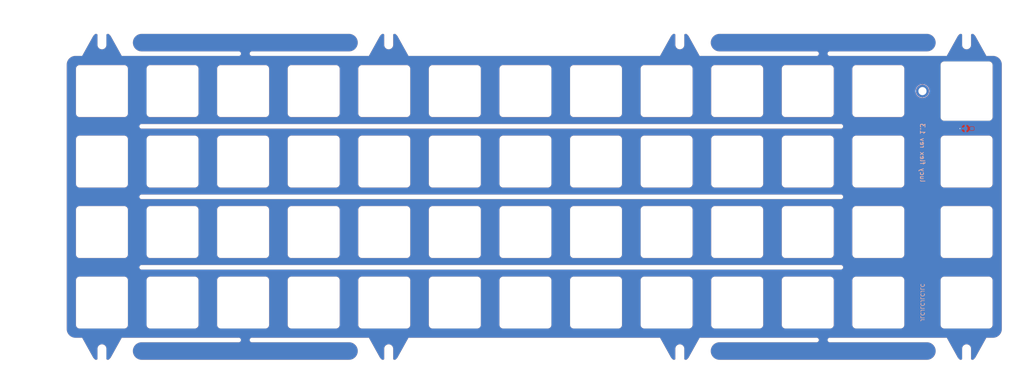
<source format=kicad_pcb>
(kicad_pcb (version 20211014) (generator pcbnew)
  (layers (0 "F.Cu" signal) (31 "B.Cu" signal) (34 "B.Paste" user) (35 "F.Paste" user) (36 "B.SilkS" user "B.Silkscreen") (37 "F.SilkS" user "F.Silkscreen") (38 "B.Mask" user) (39 "F.Mask" user) (44 "Edge.Cuts" user))
  (net 0 "")
  (net 1 "GND")
  (footprint "Keeb_footprints:MX100_cutout_plated" (layer "F.Cu") (at 155.97253 50.00646)
    (fp_text reference "U1")
    (fp_text value "HOLE")
    (fp_line (start -7 6) (end -7 -6) (layer "Edge.Cuts") (width 0.05))
    (fp_line (start -6 7) (end 6 7) (layer "Edge.Cuts") (width 0.05))
    (fp_line (start -6 -7) (end 6 -7) (layer "Edge.Cuts") (width 0.05))
    (fp_line (start 7 -6) (end 7 6) (layer "Edge.Cuts") (width 0.05))
    (fp_arc (start 7 6) (mid 6.707107 6.707107) (end 6 7) (layer "Edge.Cuts") (width 0.05))
    (fp_arc (start 6 -7) (mid 6.707107 -6.707107) (end 7 -6) (layer "Edge.Cuts") (width 0.05))
    (fp_arc (start -6 7) (mid -6.707107 6.707107) (end -7 6) (layer "Edge.Cuts") (width 0.05))
    (fp_arc (start -7 -6) (mid -6.707107 -6.707107) (end -6 -7) (layer "Edge.Cuts") (width 0.05))
  )
  (footprint "Keeb_footprints:MX100_cutout_plated" (layer "F.Cu") (at 175.02261 50.00646)
    (fp_text reference "U2")
    (fp_text value "HOLE")
    (fp_line (start -7 6) (end -7 -6) (layer "Edge.Cuts") (width 0.05))
    (fp_line (start -6 -7) (end 6 -7) (layer "Edge.Cuts") (width 0.05))
    (fp_line (start 7 -6) (end 7 6) (layer "Edge.Cuts") (width 0.05))
    (fp_line (start -6 7) (end 6 7) (layer "Edge.Cuts") (width 0.05))
    (fp_arc (start 6 -7) (mid 6.707107 -6.707107) (end 7 -6) (layer "Edge.Cuts") (width 0.05))
    (fp_arc (start -6 7) (mid -6.707107 6.707107) (end -7 6) (layer "Edge.Cuts") (width 0.05))
    (fp_arc (start 7 6) (mid 6.707107 6.707107) (end 6 7) (layer "Edge.Cuts") (width 0.05))
    (fp_arc (start -7 -6) (mid -6.707107 -6.707107) (end -6 -7) (layer "Edge.Cuts") (width 0.05))
  )
  (footprint "Keeb_footprints:MX100_cutout_plated" (layer "F.Cu") (at 194.07269 50.00646)
    (fp_text reference "U3")
    (fp_text value "HOLE")
    (fp_line (start -6 7) (end 6 7) (layer "Edge.Cuts") (width 0.05))
    (fp_line (start -7 6) (end -7 -6) (layer "Edge.Cuts") (width 0.05))
    (fp_line (start 7 -6) (end 7 6) (layer "Edge.Cuts") (width 0.05))
    (fp_line (start -6 -7) (end 6 -7) (layer "Edge.Cuts") (width 0.05))
    (fp_arc (start 7 6) (mid 6.707107 6.707107) (end 6 7) (layer "Edge.Cuts") (width 0.05))
    (fp_arc (start -7 -6) (mid -6.707107 -6.707107) (end -6 -7) (layer "Edge.Cuts") (width 0.05))
    (fp_arc (start -6 7) (mid -6.707107 6.707107) (end -7 6) (layer "Edge.Cuts") (width 0.05))
    (fp_arc (start 6 -7) (mid 6.707107 -6.707107) (end 7 -6) (layer "Edge.Cuts") (width 0.05))
  )
  (footprint "Keeb_footprints:MX100_cutout_plated" (layer "F.Cu") (at 213.12277 50.00646)
    (fp_text reference "U4")
    (fp_text value "HOLE")
    (fp_line (start -7 6) (end -7 -6) (layer "Edge.Cuts") (width 0.05))
    (fp_line (start -6 7) (end 6 7) (layer "Edge.Cuts") (width 0.05))
    (fp_line (start -6 -7) (end 6 -7) (layer "Edge.Cuts") (width 0.05))
    (fp_line (start 7 -6) (end 7 6) (layer "Edge.Cuts") (width 0.05))
    (fp_arc (start -7 -6) (mid -6.707107 -6.707107) (end -6 -7) (layer "Edge.Cuts") (width 0.05))
    (fp_arc (start 7 6) (mid 6.707107 6.707107) (end 6 7) (layer "Edge.Cuts") (width 0.05))
    (fp_arc (start 6 -7) (mid 6.707107 -6.707107) (end 7 -6) (layer "Edge.Cuts") (width 0.05))
    (fp_arc (start -6 7) (mid -6.707107 6.707107) (end -7 6) (layer "Edge.Cuts") (width 0.05))
  )
  (footprint "Keeb_footprints:MX100_cutout_plated" (layer "F.Cu") (at 232.17285 50.00646)
    (fp_text reference "U5")
    (fp_text value "HOLE")
    (fp_line (start 7 -6) (end 7 6) (layer "Edge.Cuts") (width 0.05))
    (fp_line (start -7 6) (end -7 -6) (layer "Edge.Cuts") (width 0.05))
    (fp_line (start -6 7) (end 6 7) (layer "Edge.Cuts") (width 0.05))
    (fp_line (start -6 -7) (end 6 -7) (layer "Edge.Cuts") (width 0.05))
    (fp_arc (start -7 -6) (mid -6.707107 -6.707107) (end -6 -7) (layer "Edge.Cuts") (width 0.05))
    (fp_arc (start -6 7) (mid -6.707107 6.707107) (end -7 6) (layer "Edge.Cuts") (width 0.05))
    (fp_arc (start 6 -7) (mid 6.707107 -6.707107) (end 7 -6) (layer "Edge.Cuts") (width 0.05))
    (fp_arc (start 7 6) (mid 6.707107 6.707107) (end 6 7) (layer "Edge.Cuts") (width 0.05))
  )
  (footprint "Keeb_footprints:MX100_cutout_plated" (layer "F.Cu") (at 327.42325 50.00646)
    (fp_text reference "U10")
    (fp_text value "HOLE")
    (fp_line (start -6 7) (end 6 7) (layer "Edge.Cuts") (width 0.05))
    (fp_line (start -6 -7) (end 6 -7) (layer "Edge.Cuts") (width 0.05))
    (fp_line (start 7 -6) (end 7 6) (layer "Edge.Cuts") (width 0.05))
    (fp_line (start -7 6) (end -7 -6) (layer "Edge.Cuts") (width 0.05))
    (fp_arc (start -6 7) (mid -6.707107 6.707107) (end -7 6) (layer "Edge.Cuts") (width 0.05))
    (fp_arc (start -7 -6) (mid -6.707107 -6.707107) (end -6 -7) (layer "Edge.Cuts") (width 0.05))
    (fp_arc (start 6 -7) (mid 6.707107 -6.707107) (end 7 -6) (layer "Edge.Cuts") (width 0.05))
    (fp_arc (start 7 6) (mid 6.707107 6.707107) (end 6 7) (layer "Edge.Cuts") (width 0.05))
  )
  (footprint "Keeb_footprints:MX100_cutout_plated" (layer "F.Cu") (at 346.47333 50.00646)
    (fp_text reference "U11")
    (fp_text value "HOLE")
    (fp_line (start -7 6) (end -7 -6) (layer "Edge.Cuts") (width 0.05))
    (fp_line (start -6 -7) (end 6 -7) (layer "Edge.Cuts") (width 0.05))
    (fp_line (start -6 7) (end 6 7) (layer "Edge.Cuts") (width 0.05))
    (fp_line (start 7 -6) (end 7 6) (layer "Edge.Cuts") (width 0.05))
    (fp_arc (start 6 -7) (mid 6.707107 -6.707107) (end 7 -6) (layer "Edge.Cuts") (width 0.05))
    (fp_arc (start -6 7) (mid -6.707107 6.707107) (end -7 6) (layer "Edge.Cuts") (width 0.05))
    (fp_arc (start 7 6) (mid 6.707107 6.707107) (end 6 7) (layer "Edge.Cuts") (width 0.05))
    (fp_arc (start -7 -6) (mid -6.707107 -6.707107) (end -6 -7) (layer "Edge.Cuts") (width 0.05))
  )
  (footprint "Keeb_footprints:MX100_cutout_plated" (layer "F.Cu") (at 155.97253 69.05654)
    (fp_text reference "U13")
    (fp_text value "HOLE")
    (fp_line (start -7 6) (end -7 -6) (layer "Edge.Cuts") (width 0.05))
    (fp_line (start -6 7) (end 6 7) (layer "Edge.Cuts") (width 0.05))
    (fp_line (start 7 -6) (end 7 6) (layer "Edge.Cuts") (width 0.05))
    (fp_line (start -6 -7) (end 6 -7) (layer "Edge.Cuts") (width 0.05))
    (fp_arc (start 7 6) (mid 6.707107 6.707107) (end 6 7) (layer "Edge.Cuts") (width 0.05))
    (fp_arc (start -7 -6) (mid -6.707107 -6.707107) (end -6 -7) (layer "Edge.Cuts") (width 0.05))
    (fp_arc (start -6 7) (mid -6.707107 6.707107) (end -7 6) (layer "Edge.Cuts") (width 0.05))
    (fp_arc (start 6 -7) (mid 6.707107 -6.707107) (end 7 -6) (layer "Edge.Cuts") (width 0.05))
  )
  (footprint "Keeb_footprints:MX100_cutout_plated" (layer "F.Cu") (at 194.07269 69.05654)
    (fp_text reference "U15")
    (fp_text value "HOLE")
    (fp_line (start 7 -6) (end 7 6) (layer "Edge.Cuts") (width 0.05))
    (fp_line (start -6 7) (end 6 7) (layer "Edge.Cuts") (width 0.05))
    (fp_line (start -6 -7) (end 6 -7) (layer "Edge.Cuts") (width 0.05))
    (fp_line (start -7 6) (end -7 -6) (layer "Edge.Cuts") (width 0.05))
    (fp_arc (start -6 7) (mid -6.707107 6.707107) (end -7 6) (layer "Edge.Cuts") (width 0.05))
    (fp_arc (start 6 -7) (mid 6.707107 -6.707107) (end 7 -6) (layer "Edge.Cuts") (width 0.05))
    (fp_arc (start 7 6) (mid 6.707107 6.707107) (end 6 7) (layer "Edge.Cuts") (width 0.05))
    (fp_arc (start -7 -6) (mid -6.707107 -6.707107) (end -6 -7) (layer "Edge.Cuts") (width 0.05))
  )
  (footprint "Keeb_footprints:MX100_cutout_plated" (layer "F.Cu") (at 232.17285 69.05654)
    (fp_text reference "U17")
    (fp_text value "HOLE")
    (fp_line (start 7 -6) (end 7 6) (layer "Edge.Cuts") (width 0.05))
    (fp_line (start -7 6) (end -7 -6) (layer "Edge.Cuts") (width 0.05))
    (fp_line (start -6 -7) (end 6 -7) (layer "Edge.Cuts") (width 0.05))
    (fp_line (start -6 7) (end 6 7) (layer "Edge.Cuts") (width 0.05))
    (fp_arc (start 6 -7) (mid 6.707107 -6.707107) (end 7 -6) (layer "Edge.Cuts") (width 0.05))
    (fp_arc (start -7 -6) (mid -6.707107 -6.707107) (end -6 -7) (layer "Edge.Cuts") (width 0.05))
    (fp_arc (start 7 6) (mid 6.707107 6.707107) (end 6 7) (layer "Edge.Cuts") (width 0.05))
    (fp_arc (start -6 7) (mid -6.707107 6.707107) (end -7 6) (layer "Edge.Cuts") (width 0.05))
  )
  (footprint "Keeb_footprints:MX100_cutout_plated" (layer "F.Cu") (at 251.22293 69.05654)
    (fp_text reference "U18")
    (fp_text value "HOLE")
    (fp_line (start -6 7) (end 6 7) (layer "Edge.Cuts") (width 0.05))
    (fp_line (start 7 -6) (end 7 6) (layer "Edge.Cuts") (width 0.05))
    (fp_line (start -6 -7) (end 6 -7) (layer "Edge.Cuts") (width 0.05))
    (fp_line (start -7 6) (end -7 -6) (layer "Edge.Cuts") (width 0.05))
    (fp_arc (start -6 7) (mid -6.707107 6.707107) (end -7 6) (layer "Edge.Cuts") (width 0.05))
    (fp_arc (start 6 -7) (mid 6.707107 -6.707107) (end 7 -6) (layer "Edge.Cuts") (width 0.05))
    (fp_arc (start -7 -6) (mid -6.707107 -6.707107) (end -6 -7) (layer "Edge.Cuts") (width 0.05))
    (fp_arc (start 7 6) (mid 6.707107 6.707107) (end 6 7) (layer "Edge.Cuts") (width 0.05))
  )
  (footprint "Keeb_footprints:MX100_cutout_plated" (layer "F.Cu") (at 270.27301 69.05654)
    (fp_text reference "U19")
    (fp_text value "HOLE")
    (fp_line (start -7 6) (end -7 -6) (layer "Edge.Cuts") (width 0.05))
    (fp_line (start -6 -7) (end 6 -7) (layer "Edge.Cuts") (width 0.05))
    (fp_line (start -6 7) (end 6 7) (layer "Edge.Cuts") (width 0.05))
    (fp_line (start 7 -6) (end 7 6) (layer "Edge.Cuts") (width 0.05))
    (fp_arc (start -6 7) (mid -6.707107 6.707107) (end -7 6) (layer "Edge.Cuts") (width 0.05))
    (fp_arc (start -7 -6) (mid -6.707107 -6.707107) (end -6 -7) (layer "Edge.Cuts") (width 0.05))
    (fp_arc (start 7 6) (mid 6.707107 6.707107) (end 6 7) (layer "Edge.Cuts") (width 0.05))
    (fp_arc (start 6 -7) (mid 6.707107 -6.707107) (end 7 -6) (layer "Edge.Cuts") (width 0.05))
  )
  (footprint "Keeb_footprints:MX100_cutout_plated" (layer "F.Cu") (at 289.32309 69.05654)
    (fp_text reference "U20")
    (fp_text value "HOLE")
    (fp_line (start 7 -6) (end 7 6) (layer "Edge.Cuts") (width 0.05))
    (fp_line (start -6 7) (end 6 7) (layer "Edge.Cuts") (width 0.05))
    (fp_line (start -6 -7) (end 6 -7) (layer "Edge.Cuts") (width 0.05))
    (fp_line (start -7 6) (end -7 -6) (layer "Edge.Cuts") (width 0.05))
    (fp_arc (start -6 7) (mid -6.707107 6.707107) (end -7 6) (layer "Edge.Cuts") (width 0.05))
    (fp_arc (start -7 -6) (mid -6.707107 -6.707107) (end -6 -7) (layer "Edge.Cuts") (width 0.05))
    (fp_arc (start 6 -7) (mid 6.707107 -6.707107) (end 7 -6) (layer "Edge.Cuts") (width 0.05))
    (fp_arc (start 7 6) (mid 6.707107 6.707107) (end 6 7) (layer "Edge.Cuts") (width 0.05))
  )
  (footprint "Keeb_footprints:MX100_cutout_plated" (layer "F.Cu") (at 308.37317 69.05654)
    (fp_text reference "U21")
    (fp_text value "HOLE")
    (fp_line (start 7 -6) (end 7 6) (layer "Edge.Cuts") (width 0.05))
    (fp_line (start -7 6) (end -7 -6) (layer "Edge.Cuts") (width 0.05))
    (fp_line (start -6 7) (end 6 7) (layer "Edge.Cuts") (width 0.05))
    (fp_line (start -6 -7) (end 6 -7) (layer "Edge.Cuts") (width 0.05))
    (fp_arc (start -7 -6) (mid -6.707107 -6.707107) (end -6 -7) (layer "Edge.Cuts") (width 0.05))
    (fp_arc (start -6 7) (mid -6.707107 6.707107) (end -7 6) (layer "Edge.Cuts") (width 0.05))
    (fp_arc (start 7 6) (mid 6.707107 6.707107) (end 6 7) (layer "Edge.Cuts") (width 0.05))
    (fp_arc (start 6 -7) (mid 6.707107 -6.707107) (end 7 -6) (layer "Edge.Cuts") (width 0.05))
  )
  (footprint "Keeb_footprints:MX100_cutout_plated" (layer "F.Cu") (at 327.42325 69.05654)
    (fp_text reference "U22")
    (fp_text value "HOLE")
    (fp_line (start -6 7) (end 6 7) (layer "Edge.Cuts") (width 0.05))
    (fp_line (start 7 -6) (end 7 6) (layer "Edge.Cuts") (width 0.05))
    (fp_line (start -6 -7) (end 6 -7) (layer "Edge.Cuts") (width 0.05))
    (fp_line (start -7 6) (end -7 -6) (layer "Edge.Cuts") (width 0.05))
    (fp_arc (start -7 -6) (mid -6.707107 -6.707107) (end -6 -7) (layer "Edge.Cuts") (width 0.05))
    (fp_arc (start 6 -7) (mid 6.707107 -6.707107) (end 7 -6) (layer "Edge.Cuts") (width 0.05))
    (fp_arc (start 7 6) (mid 6.707107 6.707107) (end 6 7) (layer "Edge.Cuts") (width 0.05))
    (fp_arc (start -6 7) (mid -6.707107 6.707107) (end -7 6) (layer "Edge.Cuts") (width 0.05))
  )
  (footprint "Keeb_footprints:MX100_cutout_plated" (layer "F.Cu") (at 346.47333 69.05654)
    (fp_text reference "U23")
    (fp_text value "HOLE")
    (fp_line (start -6 -7) (end 6 -7) (layer "Edge.Cuts") (width 0.05))
    (fp_line (start -7 6) (end -7 -6) (layer "Edge.Cuts") (width 0.05))
    (fp_line (start 7 -6) (end 7 6) (layer "Edge.Cuts") (width 0.05))
    (fp_line (start -6 7) (end 6 7) (layer "Edge.Cuts") (width 0.05))
    (fp_arc (start 6 -7) (mid 6.707107 -6.707107) (end 7 -6) (layer "Edge.Cuts") (width 0.05))
    (fp_arc (start 7 6) (mid 6.707107 6.707107) (end 6 7) (layer "Edge.Cuts") (width 0.05))
    (fp_arc (start -6 7) (mid -6.707107 6.707107) (end -7 6) (layer "Edge.Cuts") (width 0.05))
    (fp_arc (start -7 -6) (mid -6.707107 -6.707107) (end -6 -7) (layer "Edge.Cuts") (width 0.05))
  )
  (footprint "Keeb_footprints:MX100_cutout_plated" (layer "F.Cu") (at 365.52341 69.05654)
    (fp_text reference "U24")
    (fp_text value "HOLE")
    (fp_line (start -7 6) (end -7 -6) (layer "Edge.Cuts") (width 0.05))
    (fp_line (start -6 7) (end 6 7) (layer "Edge.Cuts") (width 0.05))
    (fp_line (start 7 -6) (end 7 6) (layer "Edge.Cuts") (width 0.05))
    (fp_line (start -6 -7) (end 6 -7) (layer "Edge.Cuts") (width 0.05))
    (fp_arc (start -6 7) (mid -6.707107 6.707107) (end -7 6) (layer "Edge.Cuts") (width 0.05))
    (fp_arc (start -7 -6) (mid -6.707107 -6.707107) (end -6 -7) (layer "Edge.Cuts") (width 0.05))
    (fp_arc (start 6 -7) (mid 6.707107 -6.707107) (end 7 -6) (layer "Edge.Cuts") (width 0.05))
    (fp_arc (start 7 6) (mid 6.707107 6.707107) (end 6 7) (layer "Edge.Cuts") (width 0.05))
  )
  (footprint "Keeb_footprints:MX100_cutout_plated" (layer "F.Cu") (at 155.97253 88.10662)
    (fp_text reference "U25")
    (fp_text value "HOLE")
    (fp_line (start 7 -6) (end 7 6) (layer "Edge.Cuts") (width 0.05))
    (fp_line (start -7 6) (end -7 -6) (layer "Edge.Cuts") (width 0.05))
    (fp_line (start -6 -7) (end 6 -7) (layer "Edge.Cuts") (width 0.05))
    (fp_line (start -6 7) (end 6 7) (layer "Edge.Cuts") (width 0.05))
    (fp_arc (start -6 7) (mid -6.707107 6.707107) (end -7 6) (layer "Edge.Cuts") (width 0.05))
    (fp_arc (start 6 -7) (mid 6.707107 -6.707107) (end 7 -6) (layer "Edge.Cuts") (width 0.05))
    (fp_arc (start 7 6) (mid 6.707107 6.707107) (end 6 7) (layer "Edge.Cuts") (width 0.05))
    (fp_arc (start -7 -6) (mid -6.707107 -6.707107) (end -6 -7) (layer "Edge.Cuts") (width 0.05))
  )
  (footprint "Keeb_footprints:MX100_cutout_plated" (layer "F.Cu") (at 175.02261 88.10662)
    (fp_text reference "U26")
    (fp_text value "HOLE")
    (fp_line (start -6 -7) (end 6 -7) (layer "Edge.Cuts") (width 0.05))
    (fp_line (start -6 7) (end 6 7) (layer "Edge.Cuts") (width 0.05))
    (fp_line (start -7 6) (end -7 -6) (layer "Edge.Cuts") (width 0.05))
    (fp_line (start 7 -6) (end 7 6) (layer "Edge.Cuts") (width 0.05))
    (fp_arc (start 7 6) (mid 6.707107 6.707107) (end 6 7) (layer "Edge.Cuts") (width 0.05))
    (fp_arc (start -6 7) (mid -6.707107 6.707107) (end -7 6) (layer "Edge.Cuts") (width 0.05))
    (fp_arc (start 6 -7) (mid 6.707107 -6.707107) (end 7 -6) (layer "Edge.Cuts") (width 0.05))
    (fp_arc (start -7 -6) (mid -6.707107 -6.707107) (end -6 -7) (layer "Edge.Cuts") (width 0.05))
  )
  (footprint "Keeb_footprints:MX100_cutout_plated" (layer "F.Cu") (at 194.07269 88.10662)
    (fp_text reference "U27")
    (fp_text value "HOLE")
    (fp_line (start -7 6) (end -7 -6) (layer "Edge.Cuts") (width 0.05))
    (fp_line (start 7 -6) (end 7 6) (layer "Edge.Cuts") (width 0.05))
    (fp_line (start -6 -7) (end 6 -7) (layer "Edge.Cuts") (width 0.05))
    (fp_line (start -6 7) (end 6 7) (layer "Edge.Cuts") (width 0.05))
    (fp_arc (start -6 7) (mid -6.707107 6.707107) (end -7 6) (layer "Edge.Cuts") (width 0.05))
    (fp_arc (start -7 -6) (mid -6.707107 -6.707107) (end -6 -7) (layer "Edge.Cuts") (width 0.05))
    (fp_arc (start 6 -7) (mid 6.707107 -6.707107) (end 7 -6) (layer "Edge.Cuts") (width 0.05))
    (fp_arc (start 7 6) (mid 6.707107 6.707107) (end 6 7) (layer "Edge.Cuts") (width 0.05))
  )
  (footprint "Keeb_footprints:MX100_cutout_plated" (layer "F.Cu") (at 213.12277 88.10662)
    (fp_text reference "U28")
    (fp_text value "HOLE")
    (fp_line (start -6 7) (end 6 7) (layer "Edge.Cuts") (width 0.05))
    (fp_line (start -7 6) (end -7 -6) (layer "Edge.Cuts") (width 0.05))
    (fp_line (start 7 -6) (end 7 6) (layer "Edge.Cuts") (width 0.05))
    (fp_line (start -6 -7) (end 6 -7) (layer "Edge.Cuts") (width 0.05))
    (fp_arc (start 6 -7) (mid 6.707107 -6.707107) (end 7 -6) (layer "Edge.Cuts") (width 0.05))
    (fp_arc (start 7 6) (mid 6.707107 6.707107) (end 6 7) (layer "Edge.Cuts") (width 0.05))
    (fp_arc (start -6 7) (mid -6.707107 6.707107) (end -7 6) (layer "Edge.Cuts") (width 0.05))
    (fp_arc (start -7 -6) (mid -6.707107 -6.707107) (end -6 -7) (layer "Edge.Cuts") (width 0.05))
  )
  (footprint "Keeb_footprints:MX100_cutout_plated" (layer "F.Cu") (at 232.17285 88.10662)
    (fp_text reference "U29")
    (fp_text value "HOLE")
    (fp_line (start -6 -7) (end 6 -7) (layer "Edge.Cuts") (width 0.05))
    (fp_line (start -7 6) (end -7 -6) (layer "Edge.Cuts") (width 0.05))
    (fp_line (start -6 7) (end 6 7) (layer "Edge.Cuts") (width 0.05))
    (fp_line (start 7 -6) (end 7 6) (layer "Edge.Cuts") (width 0.05))
    (fp_arc (start 7 6) (mid 6.707107 6.707107) (end 6 7) (layer "Edge.Cuts") (width 0.05))
    (fp_arc (start -6 7) (mid -6.707107 6.707107) (end -7 6) (layer "Edge.Cuts") (width 0.05))
    (fp_arc (start 6 -7) (mid 6.707107 -6.707107) (end 7 -6) (layer "Edge.Cuts") (width 0.05))
    (fp_arc (start -7 -6) (mid -6.707107 -6.707107) (end -6 -7) (layer "Edge.Cuts") (width 0.05))
  )
  (footprint "Keeb_footprints:MX100_cutout_plated" (layer "F.Cu") (at 251.22293 88.10662)
    (fp_text reference "U30")
    (fp_text value "HOLE")
    (fp_line (start -6 -7) (end 6 -7) (layer "Edge.Cuts") (width 0.05))
    (fp_line (start -6 7) (end 6 7) (layer "Edge.Cuts") (width 0.05))
    (fp_line (start -7 6) (end -7 -6) (layer "Edge.Cuts") (width 0.05))
    (fp_line (start 7 -6) (end 7 6) (layer "Edge.Cuts") (width 0.05))
    (fp_arc (start 6 -7) (mid 6.707107 -6.707107) (end 7 -6) (layer "Edge.Cuts") (width 0.05))
    (fp_arc (start -6 7) (mid -6.707107 6.707107) (end -7 6) (layer "Edge.Cuts") (width 0.05))
    (fp_arc (start -7 -6) (mid -6.707107 -6.707107) (end -6 -7) (layer "Edge.Cuts") (width 0.05))
    (fp_arc (start 7 6) (mid 6.707107 6.707107) (end 6 7) (layer "Edge.Cuts") (width 0.05))
  )
  (footprint "Keeb_footprints:MX100_cutout_plated" (layer "F.Cu") (at 270.27301 88.10662)
    (fp_text reference "U31")
    (fp_text value "HOLE")
    (fp_line (start -6 -7) (end 6 -7) (layer "Edge.Cuts") (width 0.05))
    (fp_line (start 7 -6) (end 7 6) (layer "Edge.Cuts") (width 0.05))
    (fp_line (start -7 6) (end -7 -6) (layer "Edge.Cuts") (width 0.05))
    (fp_line (start -6 7) (end 6 7) (layer "Edge.Cuts") (width 0.05))
    (fp_arc (start 6 -7) (mid 6.707107 -6.707107) (end 7 -6) (layer "Edge.Cuts") (width 0.05))
    (fp_arc (start -6 7) (mid -6.707107 6.707107) (end -7 6) (layer "Edge.Cuts") (width 0.05))
    (fp_arc (start -7 -6) (mid -6.707107 -6.707107) (end -6 -7) (layer "Edge.Cuts") (width 0.05))
    (fp_arc (start 7 6) (mid 6.707107 6.707107) (end 6 7) (layer "Edge.Cuts") (width 0.05))
  )
  (footprint "Keeb_footprints:MX100_cutout_plated" (layer "F.Cu") (at 289.32309 88.10662)
    (fp_text reference "U32")
    (fp_text value "HOLE")
    (fp_line (start -7 6) (end -7 -6) (layer "Edge.Cuts") (width 0.05))
    (fp_line (start 7 -6) (end 7 6) (layer "Edge.Cuts") (width 0.05))
    (fp_line (start -6 7) (end 6 7) (layer "Edge.Cuts") (width 0.05))
    (fp_line (start -6 -7) (end 6 -7) (layer "Edge.Cuts") (width 0.05))
    (fp_arc (start -6 7) (mid -6.707107 6.707107) (end -7 6) (layer "Edge.Cuts") (width 0.05))
    (fp_arc (start -7 -6) (mid -6.707107 -6.707107) (end -6 -7) (layer "Edge.Cuts") (width 0.05))
    (fp_arc (start 7 6) (mid 6.707107 6.707107) (end 6 7) (layer "Edge.Cuts") (width 0.05))
    (fp_arc (start 6 -7) (mid 6.707107 -6.707107) (end 7 -6) (layer "Edge.Cuts") (width 0.05))
  )
  (footprint "Keeb_footprints:MX100_cutout_plated" (layer "F.Cu") (at 308.37317 88.10662)
    (fp_text reference "U33")
    (fp_text value "HOLE")
    (fp_line (start -6 -7) (end 6 -7) (layer "Edge.Cuts") (width 0.05))
    (fp_line (start -6 7) (end 6 7) (layer "Edge.Cuts") (width 0.05))
    (fp_line (start 7 -6) (end 7 6) (layer "Edge.Cuts") (width 0.05))
    (fp_line (start -7 6) (end -7 -6) (layer "Edge.Cuts") (width 0.05))
    (fp_arc (start -7 -6) (mid -6.707107 -6.707107) (end -6 -7) (layer "Edge.Cuts") (width 0.05))
    (fp_arc (start 6 -7) (mid 6.707107 -6.707107) (end 7 -6) (layer "Edge.Cuts") (width 0.05))
    (fp_arc (start -6 7) (mid -6.707107 6.707107) (end -7 6) (layer "Edge.Cuts") (width 0.05))
    (fp_arc (start 7 6) (mid 6.707107 6.707107) (end 6 7) (layer "Edge.Cuts") (width 0.05))
  )
  (footprint "Keeb_footprints:MX100_cutout_plated" (layer "F.Cu") (at 327.42325 88.10662)
    (fp_text reference "U34")
    (fp_text value "HOLE")
    (fp_line (start -6 -7) (end 6 -7) (layer "Edge.Cuts") (width 0.05))
    (fp_line (start -6 7) (end 6 7) (layer "Edge.Cuts") (width 0.05))
    (fp_line (start -7 6) (end -7 -6) (layer "Edge.Cuts") (width 0.05))
    (fp_line (start 7 -6) (end 7 6) (layer "Edge.Cuts") (width 0.05))
    (fp_arc (start 6 -7) (mid 6.707107 -6.707107) (end 7 -6) (layer "Edge.Cuts") (width 0.05))
    (fp_arc (start -7 -6) (mid -6.707107 -6.707107) (end -6 -7) (layer "Edge.Cuts") (width 0.05))
    (fp_arc (start 7 6) (mid 6.707107 6.707107) (end 6 7) (layer "Edge.Cuts") (width 0.05))
    (fp_arc (start -6 7) (mid -6.707107 6.707107) (end -7 6) (layer "Edge.Cuts") (width 0.05))
  )
  (footprint "Keeb_footprints:MX100_cutout_plated" (layer "F.Cu") (at 346.47333 88.10662)
    (fp_text reference "U35")
    (fp_text value "HOLE")
    (fp_line (start 7 -6) (end 7 6) (layer "Edge.Cuts") (width 0.05))
    (fp_line (start -6 7) (end 6 7) (layer "Edge.Cuts") (width 0.05))
    (fp_line (start -7 6) (end -7 -6) (layer "Edge.Cuts") (width 0.05))
    (fp_line (start -6 -7) (end 6 -7) (layer "Edge.Cuts") (width 0.05))
    (fp_arc (start 7 6) (mid 6.707107 6.707107) (end 6 7) (layer "Edge.Cuts") (width 0.05))
    (fp_arc (start -7 -6) (mid -6.707107 -6.707107) (end -6 -7) (layer "Edge.Cuts") (width 0.05))
    (fp_arc (start 6 -7) (mid 6.707107 -6.707107) (end 7 -6) (layer "Edge.Cuts") (width 0.05))
    (fp_arc (start -6 7) (mid -6.707107 6.707107) (end -7 6) (layer "Edge.Cuts") (width 0.05))
  )
  (footprint "Keeb_footprints:MX100_cutout_plated" (layer "F.Cu") (at 365.52341 88.10662)
    (fp_text reference "U36")
    (fp_text value "HOLE")
    (fp_line (start 7 -6) (end 7 6) (layer "Edge.Cuts") (width 0.05))
    (fp_line (start -7 6) (end -7 -6) (layer "Edge.Cuts") (width 0.05))
    (fp_line (start -6 -7) (end 6 -7) (layer "Edge.Cuts") (width 0.05))
    (fp_line (start -6 7) (end 6 7) (layer "Edge.Cuts") (width 0.05))
    (fp_arc (start 7 6) (mid 6.707107 6.707107) (end 6 7) (layer "Edge.Cuts") (width 0.05))
    (fp_arc (start -7 -6) (mid -6.707107 -6.707107) (end -6 -7) (layer "Edge.Cuts") (width 0.05))
    (fp_arc (start -6 7) (mid -6.707107 6.707107) (end -7 6) (layer "Edge.Cuts") (width 0.05))
    (fp_arc (start 6 -7) (mid 6.707107 -6.707107) (end 7 -6) (layer "Edge.Cuts") (width 0.05))
  )
  (footprint "Keeb_footprints:MX100_cutout_plated" (layer "F.Cu") (at 175.02261 107.1567)
    (fp_text reference "U38")
    (fp_text value "HOLE")
    (fp_line (start 7 -6) (end 7 6) (layer "Edge.Cuts") (width 0.05))
    (fp_line (start -6 7) (end 6 7) (layer "Edge.Cuts") (width 0.05))
    (fp_line (start -6 -7) (end 6 -7) (layer "Edge.Cuts") (width 0.05))
    (fp_line (start -7 6) (end -7 -6) (layer "Edge.Cuts") (width 0.05))
    (fp_arc (start 6 -7) (mid 6.707107 -6.707107) (end 7 -6) (layer "Edge.Cuts") (width 0.05))
    (fp_arc (start -7 -6) (mid -6.707107 -6.707107) (end -6 -7) (layer "Edge.Cuts") (width 0.05))
    (fp_arc (start 7 6) (mid 6.707107 6.707107) (end 6 7) (layer "Edge.Cuts") (width 0.05))
    (fp_arc (start -6 7) (mid -6.707107 6.707107) (end -7 6) (layer "Edge.Cuts") (width 0.05))
  )
  (footprint "Keeb_footprints:MX100_cutout_plated" (layer "F.Cu") (at 194.07269 107.1567)
    (fp_text reference "U39")
    (fp_text value "HOLE")
    (fp_line (start -7 6) (end -7 -6) (layer "Edge.Cuts") (width 0.05))
    (fp_line (start -6 7) (end 6 7) (layer "Edge.Cuts") (width 0.05))
    (fp_line (start -6 -7) (end 6 -7) (layer "Edge.Cuts") (width 0.05))
    (fp_line (start 7 -6) (end 7 6) (layer "Edge.Cuts") (width 0.05))
    (fp_arc (start -7 -6) (mid -6.707107 -6.707107) (end -6 -7) (layer "Edge.Cuts") (width 0.05))
    (fp_arc (start -6 7) (mid -6.707107 6.707107) (end -7 6) (layer "Edge.Cuts") (width 0.05))
    (fp_arc (start 7 6) (mid 6.707107 6.707107) (end 6 7) (layer "Edge.Cuts") (width 0.05))
    (fp_arc (start 6 -7) (mid 6.707107 -6.707107) (end 7 -6) (layer "Edge.Cuts") (width 0.05))
  )
  (footprint "Keeb_footprints:MX100_cutout_plated" (layer "F.Cu") (at 213.12277 107.1567)
    (fp_text reference "U40")
    (fp_text value "HOLE")
    (fp_line (start -6 -7) (end 6 -7) (layer "Edge.Cuts") (width 0.05))
    (fp_line (start -7 6) (end -7 -6) (layer "Edge.Cuts") (width 0.05))
    (fp_line (start 7 -6) (end 7 6) (layer "Edge.Cuts") (width 0.05))
    (fp_line (start -6 7) (end 6 7) (layer "Edge.Cuts") (width 0.05))
    (fp_arc (start 7 6) (mid 6.707107 6.707107) (end 6 7) (layer "Edge.Cuts") (width 0.05))
    (fp_arc (start -7 -6) (mid -6.707107 -6.707107) (end -6 -7) (layer "Edge.Cuts") (width 0.05))
    (fp_arc (start -6 7) (mid -6.707107 6.707107) (end -7 6) (layer "Edge.Cuts") (width 0.05))
    (fp_arc (start 6 -7) (mid 6.707107 -6.707107) (end 7 -6) (layer "Edge.Cuts") (width 0.05))
  )
  (footprint "Keeb_footprints:MX100_cutout_plated" (layer "F.Cu") (at 232.17285 107.1567)
    (fp_text reference "U41")
    (fp_text value "HOLE")
    (fp_line (start -6 -7) (end 6 -7) (layer "Edge.Cuts") (width 0.05))
    (fp_line (start -7 6) (end -7 -6) (layer "Edge.Cuts") (width 0.05))
    (fp_line (start -6 7) (end 6 7) (layer "Edge.Cuts") (width 0.05))
    (fp_line (start 7 -6) (end 7 6) (layer "Edge.Cuts") (width 0.05))
    (fp_arc (start 6 -7) (mid 6.707107 -6.707107) (end 7 -6) (layer "Edge.Cuts") (width 0.05))
    (fp_arc (start -6 7) (mid -6.707107 6.707107) (end -7 6) (layer "Edge.Cuts") (width 0.05))
    (fp_arc (start -7 -6) (mid -6.707107 -6.707107) (end -6 -7) (layer "Edge.Cuts") (width 0.05))
    (fp_arc (start 7 6) (mid 6.707107 6.707107) (end 6 7) (layer "Edge.Cuts") (width 0.05))
  )
  (footprint "Keeb_footprints:MX100_cutout_plated" (layer "F.Cu") (at 251.22293 107.1567)
    (fp_text reference "U42")
    (fp_text value "HOLE")
    (fp_line (start -6 -7) (end 6 -7) (layer "Edge.Cuts") (width 0.05))
    (fp_line (start 7 -6) (end 7 6) (layer "Edge.Cuts") (width 0.05))
    (fp_line (start -7 6) (end -7 -6) (layer "Edge.Cuts") (width 0.05))
    (fp_line (start -6 7) (end 6 7) (layer "Edge.Cuts") (width 0.05))
    (fp_arc (start 6 -7) (mid 6.707107 -6.707107) (end 7 -6) (layer "Edge.Cuts") (width 0.05))
    (fp_arc (start -7 -6) (mid -6.707107 -6.707107) (end -6 -7) (layer "Edge.Cuts") (width 0.05))
    (fp_arc (start -6 7) (mid -6.707107 6.707107) (end -7 6) (layer "Edge.Cuts") (width 0.05))
    (fp_arc (start 7 6) (mid 6.707107 6.707107) (end 6 7) (layer "Edge.Cuts") (width 0.05))
  )
  (footprint "Keeb_footprints:MX100_cutout_plated" (layer "F.Cu") (at 270.27301 107.1567)
    (fp_text reference "U43")
    (fp_text value "HOLE")
    (fp_line (start -6 7) (end 6 7) (layer "Edge.Cuts") (width 0.05))
    (fp_line (start -7 6) (end -7 -6) (layer "Edge.Cuts") (width 0.05))
    (fp_line (start -6 -7) (end 6 -7) (layer "Edge.Cuts") (width 0.05))
    (fp_line (start 7 -6) (end 7 6) (layer "Edge.Cuts") (width 0.05))
    (fp_arc (start -6 7) (mid -6.707107 6.707107) (end -7 6) (layer "Edge.Cuts") (width 0.05))
    (fp_arc (start 6 -7) (mid 6.707107 -6.707107) (end 7 -6) (layer "Edge.Cuts") (width 0.05))
    (fp_arc (start 7 6) (mid 6.707107 6.707107) (end 6 7) (layer "Edge.Cuts") (width 0.05))
    (fp_arc (start -7 -6) (mid -6.707107 -6.707107) (end -6 -7) (layer "Edge.Cuts") (width 0.05))
  )
  (footprint "Keeb_footprints:MX100_cutout_plated" (layer "F.Cu") (at 289.32309 107.1567)
    (fp_text reference "U44")
    (fp_text value "HOLE")
    (fp_line (start -7 6) (end -7 -6) (layer "Edge.Cuts") (width 0.05))
    (fp_line (start 7 -6) (end 7 6) (layer "Edge.Cuts") (width 0.05))
    (fp_line (start -6 7) (end 6 7) (layer "Edge.Cuts") (width 0.05))
    (fp_line (start -6 -7) (end 6 -7) (layer "Edge.Cuts") (width 0.05))
    (fp_arc (start -6 7) (mid -6.707107 6.707107) (end -7 6) (layer "Edge.Cuts") (width 0.05))
    (fp_arc (start 7 6) (mid 6.707107 6.707107) (end 6 7) (layer "Edge.Cuts") (width 0.05))
    (fp_arc (start 6 -7) (mid 6.707107 -6.707107) (end 7 -6) (layer "Edge.Cuts") (width 0.05))
    (fp_arc (start -7 -6) (mid -6.707107 -6.707107) (end -6 -7) (layer "Edge.Cuts") (width 0.05))
  )
  (footprint "Keeb_footprints:MX100_cutout_plated" (layer "F.Cu") (at 308.37317 107.1567)
    (fp_text reference "U45")
    (fp_text value "HOLE")
    (fp_line (start -6 -7) (end 6 -7) (layer "Edge.Cuts") (width 0.05))
    (fp_line (start -6 7) (end 6 7) (layer "Edge.Cuts") (width 0.05))
    (fp_line (start 7 -6) (end 7 6) (layer "Edge.Cuts") (width 0.05))
    (fp_line (start -7 6) (end -7 -6) (layer "Edge.Cuts") (width 0.05))
    (fp_arc (start 6 -7) (mid 6.707107 -6.707107) (end 7 -6) (layer "Edge.Cuts") (width 0.05))
    (fp_arc (start -6 7) (mid -6.707107 6.707107) (end -7 6) (layer "Edge.Cuts") (width 0.05))
    (fp_arc (start 7 6) (mid 6.707107 6.707107) (end 6 7) (layer "Edge.Cuts") (width 0.05))
    (fp_arc (start -7 -6) (mid -6.707107 -6.707107) (end -6 -7) (layer "Edge.Cuts") (width 0.05))
  )
  (footprint "Keeb_footprints:MX100_cutout_plated" (layer "F.Cu") (at 327.42325 107.1567)
    (fp_text reference "U46")
    (fp_text value "HOLE")
    (fp_line (start -7 6) (end -7 -6) (layer "Edge.Cuts") (width 0.05))
    (fp_line (start 7 -6) (end 7 6) (layer "Edge.Cuts") (width 0.05))
    (fp_line (start -6 7) (end 6 7) (layer "Edge.Cuts") (width 0.05))
    (fp_line (start -6 -7) (end 6 -7) (layer "Edge.Cuts") (width 0.05))
    (fp_arc (start 7 6) (mid 6.707107 6.707107) (end 6 7) (layer "Edge.Cuts") (width 0.05))
    (fp_arc (start -7 -6) (mid -6.707107 -6.707107) (end -6 -7) (layer "Edge.Cuts") (width 0.05))
    (fp_arc (start -6 7) (mid -6.707107 6.707107) (end -7 6) (layer "Edge.Cuts") (width 0.05))
    (fp_arc (start 6 -7) (mid 6.707107 -6.707107) (end 7 -6) (layer "Edge.Cuts") (width 0.05))
  )
  (footprint "Keeb_footprints:MX100_cutout_plated" (layer "F.Cu") (at 346.47333 107.16)
    (fp_text reference "U47")
    (fp_text value "HOLE")
    (fp_line (start -6 7) (end 6 7) (layer "Edge.Cuts") (width 0.05))
    (fp_line (start 7 -6) (end 7 6) (layer "Edge.Cuts") (width 0.05))
    (fp_line (start -6 -7) (end 6 -7) (layer "Edge.Cuts") (width 0.05))
    (fp_line (start -7 6) (end -7 -6) (layer "Edge.Cuts") (width 0.05))
    (fp_arc (start -7 -6) (mid -6.707107 -6.707107) (end -6 -7) (layer "Edge.Cuts") (width 0.05))
    (fp_arc (start 6 -7) (mid 6.707107 -6.707107) (end 7 -6) (layer "Edge.Cuts") (width 0.05))
    (fp_arc (start -6 7) (mid -6.707107 6.707107) (end -7 6) (layer "Edge.Cuts") (width 0.05))
    (fp_arc (start 7 6) (mid 6.707107 6.707107) (end 6 7) (layer "Edge.Cuts") (width 0.05))
  )
  (footprint "Keeb_footprints:MX100_cutout_plated" (layer "F.Cu") (at 365.52341 107.1567)
    (fp_text reference "U48")
    (fp_text value "HOLE")
    (fp_line (start -6 -7) (end 6 -7) (layer "Edge.Cuts") (width 0.05))
    (fp_line (start -6 7) (end 6 7) (layer "Edge.Cuts") (width 0.05))
    (fp_line (start -7 6) (end -7 -6) (layer "Edge.Cuts") (width 0.05))
    (fp_line (start 7 -6) (end 7 6) (layer "Edge.Cuts") (width 0.05))
    (fp_arc (start 7 6) (mid 6.707107 6.707107) (end 6 7) (layer "Edge.Cuts") (width 0.05))
    (fp_arc (start 6 -7) (mid 6.707107 -6.707107) (end 7 -6) (layer "Edge.Cuts") (width 0.05))
    (fp_arc (start -7 -6) (mid -6.707107 -6.707107) (end -6 -7) (layer "Edge.Cuts") (width 0.05))
    (fp_arc (start -6 7) (mid -6.707107 6.707107) (end -7 6) (layer "Edge.Cuts") (width 0.05))
  )
  (footprint "Keeb_footprints:MX100_cutout_plated" (layer "F.Cu") (at 155.97253 107.1567)
    (fp_text reference "U37")
    (fp_text value "HOLE")
    (fp_line (start -6 7) (end 6 7) (layer "Edge.Cuts") (width 0.05))
    (fp_line (start -6 -7) (end 6 -7) (layer "Edge.Cuts") (width 0.05))
    (fp_line (start 7 -6) (end 7 6) (layer "Edge.Cuts") (width 0.05))
    (fp_line (start -7 6) (end -7 -6) (layer "Edge.Cuts") (width 0.05))
    (fp_arc (start 6 -7) (mid 6.707107 -6.707107) (end 7 -6) (layer "Edge.Cuts") (width 0.05))
    (fp_arc (start -6 7) (mid -6.707107 6.707107) (end -7 6) (layer "Edge.Cuts") (width 0.05))
    (fp_arc (start -7 -6) (mid -6.707107 -6.707107) (end -6 -7) (layer "Edge.Cuts") (width 0.05))
    (fp_arc (start 7 6) (mid 6.707107 6.707107) (end 6 7) (layer "Edge.Cuts") (width 0.05))
  )
  (footprint "Keeb_footprints:MX100_cutout_plated" (layer "F.Cu") (at 175.02261 69.05654)
    (fp_text reference "U14")
    (fp_text value "HOLE")
    (fp_line (start 7 -6) (end 7 6) (layer "Edge.Cuts") (width 0.05))
    (fp_line (start -6 -7) (end 6 -7) (layer "Edge.Cuts") (width 0.05))
    (fp_line (start -6 7) (end 6 7) (layer "Edge.Cuts") (width 0.05))
    (fp_line (start -7 6) (end -7 -6) (layer "Edge.Cuts") (width 0.05))
    (fp_arc (start -7 -6) (mid -6.707107 -6.707107) (end -6 -7) (layer "Edge.Cuts") (width 0.05))
    (fp_arc (start 6 -7) (mid 6.707107 -6.707107) (end 7 -6) (layer "Edge.Cuts") (width 0.05))
    (fp_arc (start -6 7) (mid -6.707107 6.707107) (end -7 6) (layer "Edge.Cuts") (width 0.05))
    (fp_arc (start 7 6) (mid 6.707107 6.707107) (end 6 7) (layer "Edge.Cuts") (width 0.05))
  )
  (footprint "Keeb_footprints:MX100_cutout_plated" (layer "F.Cu") (at 389.33589 88.106428)
    (fp_text reference "U51")
    (fp_text value "HOLE")
    (fp_line (start -7 6) (end -7 -6) (layer "Edge.Cuts") (width 0.05))
    (fp_line (start -6 7) (end 6 7) (layer "Edge.Cuts") (width 0.05))
    (fp_line (start -6 -7) (end 6 -7) (layer "Edge.Cuts") (width 0.05))
    (fp_line (start 7 -6) (end 7 6) (layer "Edge.Cuts") (width 0.05))
    (fp_arc (start 7 6) (mid 6.707107 6.707107) (end 6 7) (layer "Edge.Cuts") (width 0.05))
    (fp_arc (start 6 -7) (mid 6.707107 -6.707107) (end 7 -6) (layer "Edge.Cuts") (width 0.05))
    (fp_arc (start -6 7) (mid -6.707107 6.707107) (end -7 6) (layer "Edge.Cuts") (width 0.05))
    (fp_arc (start -7 -6) (mid -6.707107 -6.707107) (end -6 -7) (layer "Edge.Cuts") (width 0.05))
  )
  (footprint "Keeb_footprints:MX100_cutout_plated" (layer "F.Cu") (at 389.33589 69.056444)
    (fp_text reference "U50")
    (fp_text value "HOLE")
    (fp_line (start -6 7) (end 6 7) (layer "Edge.Cuts") (width 0.05))
    (fp_line (start 7 -6) (end 7 6) (layer "Edge.Cuts") (width 0.05))
    (fp_line (start -6 -7) (end 6 -7) (layer "Edge.Cuts") (width 0.05))
    (fp_line (start -7 6) (end -7 -6) (layer "Edge.Cuts") (width 0.05))
    (fp_arc (start 7 6) (mid 6.707107 6.707107) (end 6 7) (layer "Edge.Cuts") (width 0.05))
    (fp_arc (start -7 -6) (mid -6.707107 -6.707107) (end -6 -7) (layer "Edge.Cuts") (width 0.05))
    (fp_arc (start -6 7) (mid -6.707107 6.707107) (end -7 6) (layer "Edge.Cuts") (width 0.05))
    (fp_arc (start 6 -7) (mid 6.707107 -6.707107) (end 7 -6) (layer "Edge.Cuts") (width 0.05))
  )
  (footprint "Keeb_footprints:EC11_cutout_plated" (layer "F.Cu") (at 389.33601 50.00646 180)
    (fp_text reference "U49")
    (fp_text value "HOLE")
    (fp_line (start -7 -7) (end -7 7) (layer "Edge.Cuts") (width 0.1))
    (fp_line (start -6 8) (end 6 8) (layer "Edge.Cuts") (width 0.1))
    (fp_line (start 6 -8) (end -6 -8) (layer "Edge.Cuts") (width 0.1))
    (fp_line (start 7 -7) (end 7 7) (layer "Edge.Cuts") (width 0.1))
    (fp_line (start -6.999999 -6.525) (end -6.999999 -6.525) (layer "Edge.Cuts") (width 0.1))
    (fp_arc (start -6 8) (mid -6.707107 7.707107) (end -7 7) (layer "Edge.Cuts") (width 0.1))
    (fp_arc (start -7 -7) (mid -6.707107 -7.707107) (end -6 -8) (layer "Edge.Cuts") (width 0.1))
    (fp_arc (start 7 7) (mid 6.707107 7.707107) (end 6 8) (layer "Edge.Cuts") (width 0.1))
    (fp_arc (start 6 -8) (mid 6.707107 -7.707107) (end 7 -7) (layer "Edge.Cuts") (width 0.1))
  )
  (footprint "Keeb_footprints:MX100_cutout_plated" (layer "F.Cu") (at 365.52341 50.00646)
    (fp_text reference "U12")
    (fp_text value "HOLE")
    (fp_line (start -7 6) (end -7 -6) (layer "Edge.Cuts") (width 0.05))
    (fp_line (start -6 7) (end 6 7) (layer "Edge.Cuts") (width 0.05))
    (fp_line (start 7 -6) (end 7 6) (layer "Edge.Cuts") (width 0.05))
    (fp_line (start -6 -7) (end 6 -7) (layer "Edge.Cuts") (width 0.05))
    (fp_arc (start -6 7) (mid -6.707107 6.707107) (end -7 6) (layer "Edge.Cuts") (width 0.05))
    (fp_arc (start -7 -6) (mid -6.707107 -6.707107) (end -6 -7) (layer "Edge.Cuts") (width 0.05))
    (fp_arc (start 7 6) (mid 6.707107 6.707107) (end 6 7) (layer "Edge.Cuts") (width 0.05))
    (fp_arc (start 6 -7) (mid 6.707107 -6.707107) (end 7 -6) (layer "Edge.Cuts") (width 0.05))
  )
  (footprint "Keeb_footprints:MX100_cutout_plated" (layer "F.Cu") (at 389.33601 107.1567)
    (fp_text reference "U52")
    (fp_text value "HOLE")
    (fp_line (start -6 -7) (end 6 -7) (layer "Edge.Cuts") (width 0.05))
    (fp_line (start -6 7) (end 6 7) (layer "Edge.Cuts") (width 0.05))
    (fp_line (start -7 6) (end -7 -6) (layer "Edge.Cuts") (width 0.05))
    (fp_line (start 7 -6) (end 7 6) (layer "Edge.Cuts") (width 0.05))
    (fp_arc (start -6 7) (mid -6.707107 6.707107) (end -7 6) (layer "Edge.Cuts") (width 0.05))
    (fp_arc (start 7 6) (mid 6.707107 6.707107) (end 6 7) (layer "Edge.Cuts") (width 0.05))
    (fp_arc (start -7 -6) (mid -6.707107 -6.707107) (end -6 -7) (layer "Edge.Cuts") (width 0.05))
    (fp_arc (start 6 -7) (mid 6.707107 -6.707107) (end 7 -6) (layer "Edge.Cuts") (width 0.05))
  )
  (footprint "Keeb_footprints:MX100_cutout_plated" (layer "F.Cu") (at 213.12277 69.05654)
    (fp_text reference "U16")
    (fp_text value "HOLE")
    (fp_line (start -6 -7) (end 6 -7) (layer "Edge.Cuts") (width 0.05))
    (fp_line (start -6 7) (end 6 7) (layer "Edge.Cuts") (width 0.05))
    (fp_line (start -7 6) (end -7 -6) (layer "Edge.Cuts") (width 0.05))
    (fp_line (start 7 -6) (end 7 6) (layer "Edge.Cuts") (width 0.05))
    (fp_arc (start 7 6) (mid 6.707107 6.707107) (end 6 7) (layer "Edge.Cuts") (width 0.05))
    (fp_arc (start -7 -6) (mid -6.707107 -6.707107) (end -6 -7) (layer "Edge.Cuts") (width 0.05))
    (fp_arc (start 6 -7) (mid 6.707107 -6.707107) (end 7 -6) (layer "Edge.Cuts") (width 0.05))
    (fp_arc (start -6 7) (mid -6.707107 6.707107) (end -7 6) (layer "Edge.Cuts") (width 0.05))
  )
  (footprint "Keeb_footprints:MX100_cutout_plated" (layer "F.Cu") (at 251.223314 50.00646)
    (fp_text reference "U6")
    (fp_text value "HOLE")
    (fp_line (start -6 -7) (end 6 -7) (layer "Edge.Cuts") (width 0.05))
    (fp_line (start -7 6) (end -7 -6) (layer "Edge.Cuts") (width 0.05))
    (fp_line (start -6 7) (end 6 7) (layer "Edge.Cuts") (width 0.05))
    (fp_line (start 7 -6) (end 7 6) (layer "Edge.Cuts") (width 0.05))
    (fp_arc (start 6 -7) (mid 6.707107 -6.707107) (end 7 -6) (layer "Edge.Cuts") (width 0.05))
    (fp_arc (start 7 6) (mid 6.707107 6.707107) (end 6 7) (layer "Edge.Cuts") (width 0.05))
    (fp_arc (start -6 7) (mid -6.707107 6.707107) (end -7 6) (layer "Edge.Cuts") (width 0.05))
    (fp_arc (start -7 -6) (mid -6.707107 -6.707107) (end -6 -7) (layer "Edge.Cuts") (width 0.05))
  )
  (footprint "Keeb_footprints:MX100_cutout_plated" (layer "F.Cu") (at 270.27333 50.00646)
    (fp_text reference "U7")
    (fp_text value "HOLE")
    (fp_line (start -6 7) (end 6 7) (layer "Edge.Cuts") (width 0.05))
    (fp_line (start 7 -6) (end 7 6) (layer "Edge.Cuts") (width 0.05))
    (fp_line (start -7 6) (end -7 -6) (layer "Edge.Cuts") (width 0.05))
    (fp_line (start -6 -7) (end 6 -7) (layer "Edge.Cuts") (width 0.05))
    (fp_arc (start 7 6) (mid 6.707107 6.707107) (end 6 7) (layer "Edge.Cuts") (width 0.05))
    (fp_arc (start -7 -6) (mid -6.707107 -6.707107) (end -6 -7) (layer "Edge.Cuts") (width 0.05))
    (fp_arc (start 6 -7) (mid 6.707107 -6.707107) (end 7 -6) (layer "Edge.Cuts") (width 0.05))
    (fp_arc (start -6 7) (mid -6.707107 6.707107) (end -7 6) (layer "Edge.Cuts") (width 0.05))
  )
  (footprint "Keeb_footprints:MX100_cutout_plated" (layer "F.Cu") (at 289.323346 50.00646)
    (fp_text reference "U8")
    (fp_text value "HOLE")
    (fp_line (start -6 -7) (end 6 -7) (layer "Edge.Cuts") (width 0.05))
    (fp_line (start -7 6) (end -7 -6) (layer "Edge.Cuts") (width 0.05))
    (fp_line (start 7 -6) (end 7 6) (layer "Edge.Cuts") (width 0.05))
    (fp_line (start -6 7) (end 6 7) (layer "Edge.Cuts") (width 0.05))
    (fp_arc (start 7 6) (mid 6.707107 6.707107) (end 6 7) (layer "Edge.Cuts") (width 0.05))
    (fp_arc (start -7 -6) (mid -6.707107 -6.707107) (end -6 -7) (layer "Edge.Cuts") (width 0.05))
    (fp_arc (start 6 -7) (mid 6.707107 -6.707107) (end 7 -6) (layer "Edge.Cuts") (width 0.05))
    (fp_arc (start -6 7) (mid -6.707107 6.707107) (end -7 6) (layer "Edge.Cuts") (width 0.05))
  )
  (footprint "Keeb_footprints:MX100_cutout_plated" (layer "F.Cu") (at 308.373362 50.00646)
    (fp_text reference "U9")
    (fp_text value "HOLE")
    (fp_line (start -6 -7) (end 6 -7) (layer "Edge.Cuts") (width 0.05))
    (fp_line (start 7 -6) (end 7 6) (layer "Edge.Cuts") (width 0.05))
    (fp_line (start -6 7) (end 6 7) (layer "Edge.Cuts") (width 0.05))
    (fp_line (start -7 6) (end -7 -6) (layer "Edge.Cuts") (width 0.05))
    (fp_arc (start -7 -6) (mid -6.707107 -6.707107) (end -6 -7) (layer "Edge.Cuts") (width 0.05))
    (fp_arc (start 6 -7) (mid 6.707107 -6.707107) (end 7 -6) (layer "Edge.Cuts") (width 0.05))
    (fp_arc (start -6 7) (mid -6.707107 6.707107) (end -7 6) (layer "Edge.Cuts") (width 0.05))
    (fp_arc (start 7 6) (mid 6.707107 6.707107) (end 6 7) (layer "Edge.Cuts") (width 0.05))
  )
  (footprint "random-keyboard-parts:Generic-Mounthole" (layer "F.Cu") (at 377.42967 50.00646)
    (fp_text reference "H9")
    (fp_text value "MountingHole")
  )
  (footprint "Resistor_SMD:R_0603_1608Metric_Pad1.05x0.95mm_HandSolder" (layer "B.Cu") (at 389.931243 60.126781)
    (fp_text reference "R1")
    (fp_text value "R_Small")
  )
  (gr_arc (start 398.860894 114.300144) (mid 398.163439 115.983949) (end 396.479634 116.681404) (layer "Edge.Cuts") (width 0.05))
  (gr_line (start 396.479634 116.681404) (end 394.693747 116.681516) (layer "Edge.Cuts") (width 0.05))
  (gr_arc (start 396.479634 40.481456) (mid 398.163439 41.178911) (end 398.860894 42.862716) (layer "Edge.Cuts") (width 0.05))
  (gr_line (start 396.479634 40.481456) (end 394.693747 40.481452) (layer "Edge.Cuts") (width 0.05))
  (gr_line (start 306.587423 40.481452) (end 238.721741 40.481452) (layer "Edge.Cuts") (width 0.05))
  (gr_line (start 150.615417 40.481452) (end 148.829842 40.481468) (layer "Edge.Cuts") (width 0.05))
  (gr_line (start 148.829842 116.681404) (end 150.615417 116.681404) (layer "Edge.Cuts") (width 0.05))
  (gr_line (start 238.721741 116.681535) (end 306.587423 116.681516) (layer "Edge.Cuts") (width 0.05))
  (gr_line (start 146.448582 42.862728) (end 146.448582 114.300156) (layer "Edge.Cuts") (width 0.05))
  (gr_arc (start 146.448582 42.862728) (mid 147.146037 41.178923) (end 148.829842 40.481468) (layer "Edge.Cuts") (width 0.05))
  (gr_line (start 355.401861 77.986003) (end 166.68764 77.986003) (layer "Edge.Cuts") (width 0.05))
  (gr_line (start 352.425296 116.681348) (end 383.978113 116.681516) (layer "Edge.Cuts") (width 0.05))
  (gr_arc (start 232.17339 122.336887) (mid 232.086176 122.547394) (end 231.875641 122.634543) (layer "Edge.Cuts") (width 0.05))
  (gr_arc (start 222.649686 117.872198) (mid 225.031274 120.253786) (end 222.649686 122.635374) (layer "Edge.Cuts") (width 0.05))
  (gr_arc (start 352.427752 40.48162) (mid 351.832439 39.886307) (end 352.427752 39.290994) (layer "Edge.Cuts") (width 0.05))
  (gr_line (start 310.159301 34.528322) (end 310.45687 34.528444) (layer "Edge.Cuts") (width 0.05))
  (gr_arc (start 390.8243 122.634524) (mid 390.613793 122.54731) (end 390.526644 122.336775) (layer "Edge.Cuts") (width 0.05))
  (gr_arc (start 387.549991 122.634646) (mid 387.231181 122.358143) (end 386.954678 122.039333) (layer "Edge.Cuts") (width 0.05))
  (gr_arc (start 166.68764 98.226645) (mid 166.092327 97.631332) (end 166.68764 97.036019) (layer "Edge.Cuts") (width 0.05))
  (gr_line (start 313.135866 37.504887) (end 313.135774 34.8261) (layer "Edge.Cuts") (width 0.05))
  (gr_line (start 313.135954 122.336775) (end 313.135866 119.658081) (layer "Edge.Cuts") (width 0.05))
  (gr_line (start 157.16386 37.504887) (end 157.163768 34.8261) (layer "Edge.Cuts") (width 0.05))
  (gr_arc (start 352.425296 117.871974) (mid 351.829983 117.276661) (end 352.425296 116.681348) (layer "Edge.Cuts") (width 0.05))
  (gr_line (start 158.354486 35.123635) (end 161.331051 40.481452) (layer "Edge.Cuts") (width 0.05))
  (gr_line (start 352.425296 117.871974) (end 378.621692 117.87231) (layer "Edge.Cuts") (width 0.05))
  (gr_arc (start 231.577985 122.634665) (mid 231.259175 122.358162) (end 230.982672 122.039352) (layer "Edge.Cuts") (width 0.05))
  (gr_line (start 154.78252 34.826193) (end 154.782608 37.504887) (layer "Edge.Cuts") (width 0.05))
  (gr_arc (start 310.754706 122.336868) (mid 310.667492 122.547375) (end 310.456957 122.634524) (layer "Edge.Cuts") (width 0.05))
  (gr_line (start 230.982672 122.039352) (end 228.006107 116.681535) (layer "Edge.Cuts") (width 0.05))
  (gr_line (start 228.006107 40.481452) (end 196.455746 40.48162) (layer "Edge.Cuts") (width 0.05))
  (gr_line (start 383.978113 40.481452) (end 352.427752 40.48162) (layer "Edge.Cuts") (width 0.05))
  (gr_arc (start 313.135774 34.8261) (mid 313.222988 34.615593) (end 313.433523 34.528444) (layer "Edge.Cuts") (width 0.05))
  (gr_arc (start 148.829842 116.681416) (mid 147.146037 115.983961) (end 146.448582 114.300156) (layer "Edge.Cuts") (width 0.05))
  (gr_line (start 390.824213 34.528444) (end 391.121869 34.528322) (layer "Edge.Cuts") (width 0.05))
  (gr_line (start 352.427752 39.290994) (end 378.621524 39.29133) (layer "Edge.Cuts") (width 0.05))
  (gr_arc (start 378.621692 117.87231) (mid 381.00328 120.253898) (end 378.621692 122.635486) (layer "Edge.Cuts") (width 0.05))
  (gr_arc (start 388.145396 122.336868) (mid 388.058182 122.547375) (end 387.847647 122.634524) (layer "Edge.Cuts") (width 0.05))
  (gr_line (start 348.855874 39.290994) (end 322.659478 39.290658) (layer "Edge.Cuts") (width 0.05))
  (gr_line (start 313.731179 122.634646) (end 313.43361 122.634524) (layer "Edge.Cuts") (width 0.05))
  (gr_arc (start 390.526556 37.504887) (mid 389.33593 38.695513) (end 388.145304 37.504887) (layer "Edge.Cuts") (width 0.05))
  (gr_line (start 231.875641 122.634543) (end 231.577985 122.634665) (layer "Edge.Cuts") (width 0.05))
  (gr_line (start 310.754614 119.658081) (end 310.754706 122.336868) (layer "Edge.Cuts") (width 0.05))
  (gr_line (start 390.526644 122.336775) (end 390.526556 119.658081) (layer "Edge.Cuts") (width 0.05))
  (gr_line (start 387.549991 34.528322) (end 387.84756 34.528444) (layer "Edge.Cuts") (width 0.05))
  (gr_line (start 388.145216 34.826193) (end 388.145304 37.504887) (layer "Edge.Cuts") (width 0.05))
  (gr_arc (start 222.649518 34.528154) (mid 225.031106 36.909742) (end 222.649518 39.29133) (layer "Edge.Cuts") (width 0.05))
  (gr_line (start 154.187295 34.528322) (end 154.484864 34.528444) (layer "Edge.Cuts") (width 0.05))
  (gr_line (start 391.717182 35.123635) (end 394.693747 40.481452) (layer "Edge.Cuts") (width 0.05))
  (gr_arc (start 378.621524 34.528154) (mid 381.003112 36.909742) (end 378.621524 39.29133) (layer "Edge.Cuts") (width 0.05))
  (gr_line (start 161.331051 116.681404) (end 192.881412 116.681236) (layer "Edge.Cuts") (width 0.05))
  (gr_arc (start 355.401861 97.036019) (mid 355.997174 97.631332) (end 355.401861 98.226645) (layer "Edge.Cuts") (width 0.05))
  (gr_arc (start 390.526464 34.8261) (mid 390.613678 34.615593) (end 390.824213 34.528444) (layer "Edge.Cuts") (width 0.05))
  (gr_arc (start 310.159301 122.634646) (mid 309.840491 122.358143) (end 309.563988 122.039333) (layer "Edge.Cuts") (width 0.05))
  (gr_line (start 309.563988 35.123635) (end 306.587423 40.481452) (layer "Edge.Cuts") (width 0.05))
  (gr_arc (start 348.855874 39.290994) (mid 349.451187 39.886307) (end 348.855874 40.48162) (layer "Edge.Cuts") (width 0.05))
  (gr_arc (start 196.45329 117.871862) (mid 195.857977 117.276549) (end 196.45329 116.681236) (layer "Edge.Cuts") (width 0.05))
  (gr_line (start 313.433523 34.528444) (end 313.731179 34.528322) (layer "Edge.Cuts") (width 0.05))
  (gr_arc (start 231.875554 34.528444) (mid 232.086061 34.615658) (end 232.17321 34.826193) (layer "Edge.Cuts") (width 0.05))
  (gr_arc (start 348.853418 116.681348) (mid 349.448731 117.276661) (end 348.853418 117.871974) (layer "Edge.Cuts") (width 0.05))
  (gr_line (start 232.17321 34.826193) (end 232.173298 37.504887) (layer "Edge.Cuts") (width 0.05))
  (gr_arc (start 154.187655 122.634534) (mid 153.868845 122.358031) (end 153.592342 122.039221) (layer "Edge.Cuts") (width 0.05))
  (gr_arc (start 355.401861 58.935987) (mid 355.997174 59.5313) (end 355.401861 60.126613) (layer "Edge.Cuts") (width 0.05))
  (gr_arc (start 232.173298 119.6581) (mid 233.363924 118.467474) (end 234.55455 119.6581) (layer "Edge.Cuts") (width 0.05))
  (gr_arc (start 192.881412 116.681236) (mid 193.476725 117.276549) (end 192.881412 117.871862) (layer "Edge.Cuts") (width 0.05))
  (gr_line (start 192.883868 40.48162) (end 161.331051 40.481452) (layer "Edge.Cuts") (width 0.05))
  (gr_arc (start 387.84756 34.528444) (mid 388.058067 34.615658) (end 388.145216 34.826193) (layer "Edge.Cuts") (width 0.05))
  (gr_line (start 231.577985 34.528322) (end 231.875554 34.528444) (layer "Edge.Cuts") (width 0.05))
  (gr_arc (start 391.121869 34.528322) (mid 391.440679 34.804825) (end 391.717182 35.123635) (layer "Edge.Cuts") (width 0.05))
  (gr_line (start 234.55455 37.504887) (end 234.554458 34.8261) (layer "Edge.Cuts") (width 0.05))
  (gr_arc (start 386.954678 35.123635) (mid 387.231181 34.804825) (end 387.549991 34.528322) (layer "Edge.Cuts") (width 0.05))
  (gr_line (start 317.303057 116.681516) (end 348.853418 116.681348) (layer "Edge.Cuts") (width 0.05))
  (gr_line (start 230.982672 35.123635) (end 228.006107 40.481452) (layer "Edge.Cuts") (width 0.05))
  (gr_line (start 166.68764 79.176629) (end 355.401861 79.176629) (layer "Edge.Cuts") (width 0.05))
  (gr_line (start 157.16422 119.657969) (end 157.164308 122.336663) (layer "Edge.Cuts") (width 0.05))
  (gr_line (start 234.852207 34.528444) (end 235.149863 34.528322) (layer "Edge.Cuts") (width 0.05))
  (gr_arc (start 157.16386 37.504887) (mid 155.973234 38.695513) (end 154.782608 37.504887) (layer "Edge.Cuts") (width 0.05))
  (gr_line (start 310.456957 122.634524) (end 310.159301 122.634646) (layer "Edge.Cuts") (width 0.05))
  (gr_line (start 398.860894 114.300144) (end 398.860894 42.862716) (layer "Edge.Cuts") (width 0.05))
  (gr_line (start 314.326492 35.123635) (end 317.303057 40.481452) (layer "Edge.Cuts") (width 0.05))
  (gr_arc (start 234.55455 37.504887) (mid 233.363924 38.695513) (end 232.173298 37.504887) (layer "Edge.Cuts") (width 0.05))
  (gr_line (start 154.782968 119.657969) (end 154.78306 122.336756) (layer "Edge.Cuts") (width 0.05))
  (gr_arc (start 234.554458 34.8261) (mid 234.641672 34.615593) (end 234.852207 34.528444) (layer "Edge.Cuts") (width 0.05))
  (gr_arc (start 166.68764 122.634702) (mid 164.306052 120.253114) (end 166.68764 117.871526) (layer "Edge.Cuts") (width 0.05))
  (gr_arc (start 158.354846 122.039221) (mid 158.078343 122.358031) (end 157.759533 122.634534) (layer "Edge.Cuts") (width 0.05))
  (gr_line (start 196.455914 117.871862) (end 222.649686 117.872198) (layer "Edge.Cuts") (width 0.05))
  (gr_arc (start 166.68764 79.176629) (mid 166.092327 78.581316) (end 166.68764 77.986003) (layer "Edge.Cuts") (width 0.05))
  (gr_line (start 158.354846 122.039221) (end 161.331051 116.681404) (layer "Edge.Cuts") (width 0.05))
  (gr_line (start 166.687472 34.527482) (end 222.649518 34.528154) (layer "Edge.Cuts") (width 0.05))
  (gr_arc (start 313.43361 122.634524) (mid 313.223103 122.54731) (end 313.135954 122.336775) (layer "Edge.Cuts") (width 0.05))
  (gr_line (start 196.455746 39.290994) (end 222.649518 39.29133) (layer "Edge.Cuts") (width 0.05))
  (gr_arc (start 166.68764 60.126613) (mid 166.092327 59.5313) (end 166.68764 58.935987) (layer "Edge.Cuts") (width 0.05))
  (gr_arc (start 322.659646 122.634814) (mid 320.278058 120.253226) (end 322.659646 117.871638) (layer "Edge.Cuts") (width 0.05))
  (gr_arc (start 313.731179 34.528322) (mid 314.049989 34.804825) (end 314.326492 35.123635) (layer "Edge.Cuts") (width 0.05))
  (gr_line (start 322.659478 34.527482) (end 378.621524 34.528154) (layer "Edge.Cuts") (width 0.05))
  (gr_arc (start 314.326492 122.039333) (mid 314.049989 122.358143) (end 313.731179 122.634646) (layer "Edge.Cuts") (width 0.05))
  (gr_line (start 309.563988 122.039333) (end 306.587423 116.681516) (layer "Edge.Cuts") (width 0.05))
  (gr_arc (start 153.591982 35.123635) (mid 153.868485 34.804825) (end 154.187295 34.528322) (layer "Edge.Cuts") (width 0.05))
  (gr_line (start 386.954678 122.039333) (end 383.978113 116.681516) (layer "Edge.Cuts") (width 0.05))
  (gr_arc (start 310.45687 34.528444) (mid 310.667377 34.615658) (end 310.754526 34.826193) (layer "Edge.Cuts") (width 0.05))
  (gr_arc (start 154.78306 122.336756) (mid 154.695846 122.547263) (end 154.485311 122.634412) (layer "Edge.Cuts") (width 0.05))
  (gr_arc (start 309.563988 35.123635) (mid 309.840491 34.804825) (end 310.159301 34.528322) (layer "Edge.Cuts") (width 0.05))
  (gr_line (start 391.121869 122.634646) (end 390.8243 122.634524) (layer "Edge.Cuts") (width 0.05))
  (gr_arc (start 157.163768 34.8261) (mid 157.250982 34.615593) (end 157.461517 34.528444) (layer "Edge.Cuts") (width 0.05))
  (gr_line (start 388.145304 119.658081) (end 388.145396 122.336868) (layer "Edge.Cuts") (width 0.05))
  (gr_line (start 153.592342 122.039221) (end 150.615417 116.681404) (layer "Edge.Cuts") (width 0.05))
  (gr_line (start 154.485311 122.634412) (end 154.187655 122.634534) (layer "Edge.Cuts") (width 0.05))
  (gr_arc (start 235.149863 34.528322) (mid 235.468673 34.804825) (end 235.745176 35.123635) (layer "Edge.Cuts") (width 0.05))
  (gr_line (start 235.745176 122.039352) (end 238.721741 116.681535) (layer "Edge.Cuts") (width 0.05))
  (gr_arc (start 391.717182 122.039333) (mid 391.440679 122.358143) (end 391.121869 122.634646) (layer "Edge.Cuts") (width 0.05))
  (gr_arc (start 157.461964 122.634412) (mid 157.251457 122.547198) (end 157.164308 122.336663) (layer "Edge.Cuts") (width 0.05))
  (gr_arc (start 157.759173 34.528322) (mid 158.077983 34.804825) (end 158.354486 35.123635) (layer "Edge.Cuts") (width 0.05))
  (gr_arc (start 388.145304 119.658081) (mid 389.33593 118.467455) (end 390.526556 119.658081) (layer "Edge.Cuts") (width 0.05))
  (gr_arc (start 230.982672 35.123635) (mid 231.259175 34.804825) (end 231.577985 34.528322) (layer "Edge.Cuts") (width 0.05))
  (gr_line (start 192.883868 39.290994) (end 166.687472 39.290658) (layer "Edge.Cuts") (width 0.05))
  (gr_line (start 355.401861 97.036019) (end 166.68764 97.036019) (layer "Edge.Cuts") (width 0.05))
  (gr_arc (start 192.883868 39.290994) (mid 193.479181 39.886307) (end 192.883868 40.48162) (layer "Edge.Cuts") (width 0.05))
  (gr_line (start 234.554638 122.336794) (end 234.55455 119.6581) (layer "Edge.Cuts") (width 0.05))
  (gr_line (start 391.717182 122.039333) (end 394.693747 116.681516) (layer "Edge.Cuts") (width 0.05))
  (gr_arc (start 313.135866 37.504887) (mid 311.94524 38.695513) (end 310.754614 37.504887) (layer "Edge.Cuts") (width 0.05))
  (gr_arc (start 154.484864 34.528444) (mid 154.695371 34.615658) (end 154.78252 34.826193) (layer "Edge.Cuts") (width 0.05))
  (gr_arc (start 322.659478 39.290658) (mid 320.27789 36.90907) (end 322.659478 34.527482) (layer "Edge.Cuts") (width 0.05))
  (gr_line (start 390.526556 37.504887) (end 390.526464 34.8261) (layer "Edge.Cuts") (width 0.05))
  (gr_line (start 386.954678 35.123635) (end 383.978113 40.481452) (layer "Edge.Cuts") (width 0.05))
  (gr_line (start 232.173298 119.6581) (end 232.17339 122.336887) (layer "Edge.Cuts") (width 0.05))
  (gr_line (start 348.853418 117.871974) (end 322.659646 117.871638) (layer "Edge.Cuts") (width 0.05))
  (gr_line (start 348.855874 40.48162) (end 317.303057 40.481452) (layer "Edge.Cuts") (width 0.05))
  (gr_line (start 387.847647 122.634524) (end 387.549991 122.634646) (layer "Edge.Cuts") (width 0.05))
  (gr_arc (start 196.455746 40.48162) (mid 195.860433 39.886307) (end 196.455746 39.290994) (layer "Edge.Cuts") (width 0.05))
  (gr_line (start 166.68764 122.634702) (end 222.649686 122.635374) (layer "Edge.Cuts") (width 0.05))
  (gr_arc (start 310.754614 119.658081) (mid 311.94524 118.467455) (end 313.135866 119.658081) (layer "Edge.Cuts") (width 0.05))
  (gr_arc (start 234.852294 122.634543) (mid 234.641787 122.547329) (end 234.554638 122.336794) (layer "Edge.Cuts") (width 0.05))
  (gr_line (start 153.591982 35.123635) (end 150.615417 40.481452) (layer "Edge.Cuts") (width 0.05))
  (gr_line (start 166.68764 98.226645) (end 355.401861 98.226645) (layer "Edge.Cuts") (width 0.05))
  (gr_line (start 166.68764 60.126613) (end 355.401861 60.126613) (layer "Edge.Cuts") (width 0.05))
  (gr_line (start 314.326492 122.039333) (end 317.303057 116.681516) (layer "Edge.Cuts") (width 0.05))
  (gr_line (start 157.461517 34.528444) (end 157.759173 34.528322) (layer "Edge.Cuts") (width 0.05))
  (gr_line (start 310.754526 34.826193) (end 310.754614 37.504887) (layer "Edge.Cuts") (width 0.05))
  (gr_line (start 355.401861 58.935987) (end 166.68764 58.935987) (layer "Edge.Cuts") (width 0.05))
  (gr_line (start 192.881412 117.871862) (end 166.68764 117.871526) (layer "Edge.Cuts") (width 0.05))
  (gr_line (start 196.45329 116.681236) (end 228.006107 116.681404) (layer "Edge.Cuts") (width 0.05))
  (gr_line (start 235.149863 122.634665) (end 234.852294 122.634543) (layer "Edge.Cuts") (width 0.05))
  (gr_arc (start 235.745176 122.039352) (mid 235.468673 122.358162) (end 235.149863 122.634665) (layer "Edge.Cuts") (width 0.05))
  (gr_arc (start 355.401861 77.986003) (mid 355.997174 78.581316) (end 355.401861 79.176629) (layer "Edge.Cuts") (width 0.05))
  (gr_arc (start 154.782968 119.657969) (mid 155.973594 118.467343) (end 157.16422 119.657969) (layer "Edge.Cuts") (width 0.05))
  (gr_line (start 157.461964 122.634412) (end 157.759533 122.634534) (layer "Edge.Cuts") (width 0.05))
  (gr_line (start 378.621692 122.635486) (end 322.659646 122.634814) (layer "Edge.Cuts") (width 0.05))
  (gr_line (start 235.745176 35.123635) (end 238.721741 40.481452) (layer "Edge.Cuts") (width 0.05))
  (gr_arc (start 166.687472 39.290658) (mid 164.305884 36.90907) (end 166.687472 34.527482) (layer "Edge.Cuts") (width 0.05))
  (gr_text "lucy flex rev 1.3" (at 377.42965 66.675196 -90) (layer "B.SilkS") (effects (font (size 1.25 1.25) (thickness 0.2)) (justify mirror)))
  (gr_text "JLCJLCJLCJLC" (at 377.42967 107.156508 -90) (layer "B.SilkS") (effects (font (size 1 1)) (justify mirror)))
  (via (at 387.531243 60.133041) (size 0.5) (drill 0.25) (layers "F.Cu" "B.Cu") (net 1))
  (segment (start 387.537503 60.126781) (end 387.531243 60.133041) (width 0.25) (layer "B.Cu") (net 1))
  (segment (start 389.056243 60.126781) (end 387.537503 60.126781) (width 0.25) (layer "B.Cu") (net 1))
  (zone (net 1) (net_name "GND") (layer "F.Cu") (connect_pads (clearance 0)) (min_thickness 0.254) (fill yes (thermal_gap 0) (thermal_bridge_width 0.508))
    (polygon (pts (xy 404.83893 30.94396) (xy 404.83893 126.19388) (xy 142.90096 126.19388) (xy 142.90096 30.94396)))
  )
  (zone (net 1) (net_name "GND") (layer "B.Cu") (connect_pads (clearance 0)) (min_thickness 0.254) (fill yes (thermal_gap 0.508) (thermal_bridge_width 0.508))
    (polygon (pts (xy 404.83893 30.94396) (xy 404.83893 126.19388) (xy 142.90096 126.19388) (xy 142.90096 30.94396)))
  )
)
</source>
